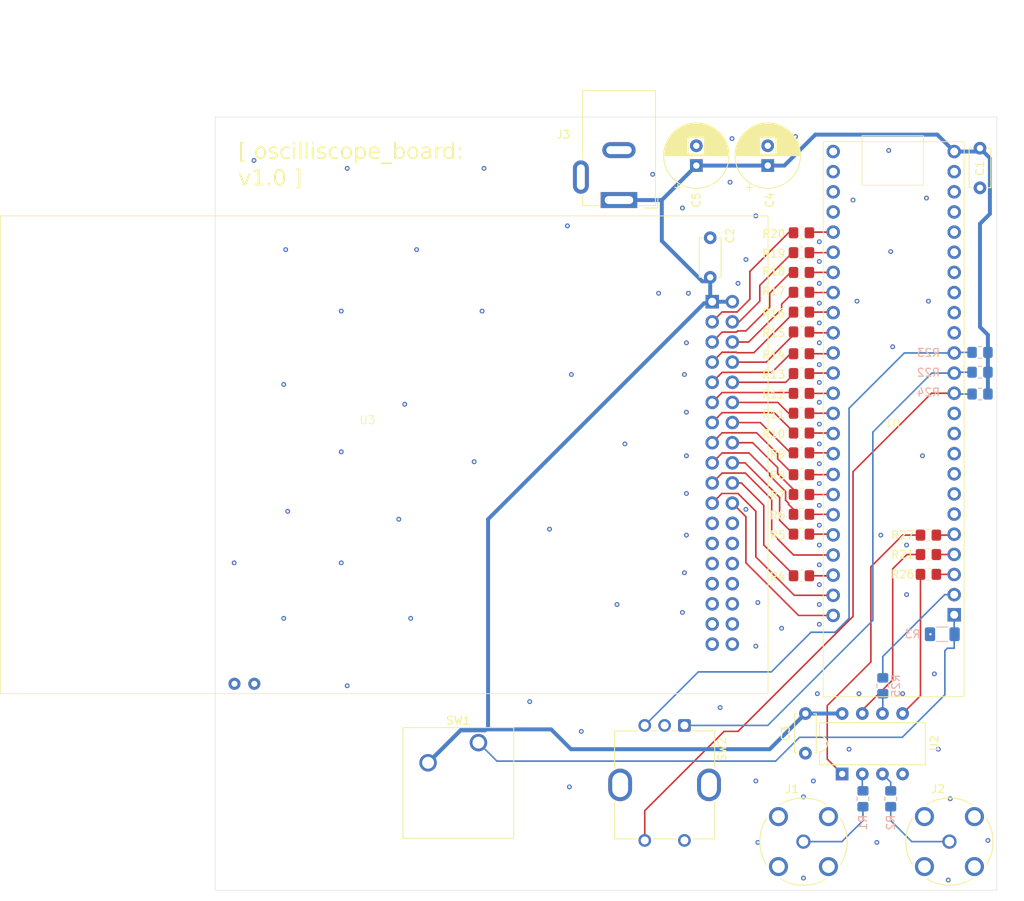
<source format=kicad_pcb>
(kicad_pcb (version 20240108) (generator "pcbnew") (generator_version "8.0")
  (layers (0 "F.Cu" signal) (1 "In1.Cu" signal) (2 "In2.Cu" signal) (31 "B.Cu" signal) (34 "B.Paste" user) (35 "F.Paste" user) (36 "B.SilkS" user "B.Silkscreen") (37 "F.SilkS" user "F.Silkscreen") (38 "B.Mask" user) (39 "F.Mask" user) (44 "Edge.Cuts" user))
  (net 0 "")
  (net 1 "+5V")
  (net 2 "GNDA")
  (net 3 "Net-(J1-In)")
  (net 4 "Net-(J2-In)")
  (net 5 "Net-(U2-ANALOG0)")
  (net 6 "Net-(U2-ANALOG1)")
  (net 7 "Net-(U1-PIO1)")
  (net 8 "Net-(U3-WR)")
  (net 9 "Net-(U1-PIO46)")
  (net 10 "Net-(U3-DB0)")
  (net 11 "Net-(U1-PIO44)")
  (net 12 "Net-(U3-DB1)")
  (net 13 "Net-(U1-PIO43)")
  (net 14 "Net-(U1-PIO42)")
  (net 15 "Net-(U3-DB2)")
  (net 16 "Net-(U3-DB3)")
  (net 17 "Net-(U1-PIO41)")
  (net 18 "Net-(U1-PIO40)")
  (net 19 "Net-(U3-DB4)")
  (net 20 "Net-(U3-DB5)")
  (net 21 "Net-(U1-PIO39)")
  (net 22 "Net-(U3-DB6)")
  (net 23 "Net-(U1-PIO38)")
  (net 24 "Net-(U1-PIO37)")
  (net 25 "Net-(U3-DB7)")
  (net 26 "Net-(U1-PIO36)")
  (net 27 "Net-(U3-DB15)")
  (net 28 "Net-(U3-DB14)")
  (net 29 "Net-(U1-PIO35)")
  (net 30 "Net-(U3-DB13)")
  (net 31 "Net-(U1-PIO34)")
  (net 32 "Net-(U1-PIO33)")
  (net 33 "Net-(U3-DB12)")
  (net 34 "Net-(U3-DB11)")
  (net 35 "Net-(U1-PIO32)")
  (net 36 "Net-(U1-PIO31)")
  (net 37 "Net-(U3-DB10)")
  (net 38 "Net-(U3-DB9)")
  (net 39 "Net-(U1-PIO30)")
  (net 40 "Net-(U3-DB8)")
  (net 41 "Net-(U1-PIO29)")
  (net 42 "Net-(U2-CLK)")
  (net 43 "Net-(U1-PIO2)")
  (net 44 "Net-(U1-PIO13)")
  (net 45 "Net-(U1-PIO14)")
  (net 46 "Net-(U1-PIO12)")
  (net 48 "Net-(U1-PIO45)")
  (net 51 "Net-(U1-PIO48)")
  (net 53 "Net-(U1-PIO4)")
  (net 58 "Net-(U1-PIO3)")
  (net 60 "Net-(U1-PIO47)")
  (net 69 "Net-(U1-PIO5)")
  (net 85 "Net-(U2-DOUT)")
  (net 86 "Net-(U2-DIN)")
  (net 87 "Net-(U2-CS)")
  (footprint "Connector_BarrelJack:BarrelJack_GCT_DCJ200-10-A_Horizontal" (layer "F.Cu") (at 130.5 59.5 180)
    (property "Reference" "J3")
    (property "Value" "Barrel_Jack")
  )
  (footprint "Resistor_SMD:R_0805_2012Metric_Pad1.20x1.40mm_HandSolder" (layer "F.Cu") (at 169.5 101.75)
    (property "Reference" "R27")
    (property "Value" "33")
  )
  (footprint "Rotary_Encoder:RotaryEncoder_Bourns_Vertical_PEC12R-3x17F-Sxxxx" (layer "F.Cu") (at 138.75 125.75 -90)
    (property "Reference" "SW2")
    (property "Value" "RotaryEncoder_Switch_MP")
  )
  (footprint "Capacitor_THT:CP_Radial_D8.0mm_P2.50mm" (layer "F.Cu") (at 140.25 55.152651 90)
    (property "Reference" "C5")
    (property "Value" "100uF")
  )
  (footprint "oscilloscope:LINX_CONBNC001" (layer "F.Cu") (at 153.75 140.4)
    (property "Reference" "J1")
    (property "Value" "Conn_Coaxial")
  )
  (footprint "Resistor_SMD:R_0805_2012Metric_Pad1.20x1.40mm_HandSolder" (layer "F.Cu") (at 153.5 106.88 180)
    (property "Reference" "R4")
    (property "Value" "47")
  )
  (footprint "Resistor_SMD:R_0805_2012Metric_Pad1.20x1.40mm_HandSolder" (layer "F.Cu") (at 153.5 81.38 180)
    (property "Reference" "R13")
    (property "Value" "33")
  )
  (footprint "Resistor_SMD:R_0805_2012Metric_Pad1.20x1.40mm_HandSolder" (layer "F.Cu") (at 153.5 88.88 180)
    (property "Reference" "R10")
    (property "Value" "33")
  )
  (footprint "Capacitor_THT:C_Disc_D4.7mm_W2.5mm_P5.00mm" (layer "F.Cu") (at 142 69.25 90)
    (property "Reference" "C2")
    (property "Value" "10uF")
  )
  (footprint "oscilloscope:TFT LCD 3.5 ArduinoMega Shield" (layer "F.Cu") (at 98.79 87.75)
    (property "Reference" "U3")
    (property "Value" "~")
  )
  (footprint "Button_Switch_Keyboard:SW_Cherry_MX_1.00u_Plate" (layer "F.Cu") (at 112.79 127.92)
    (property "Reference" "SW1")
    (property "Value" "SW_Push")
  )
  (footprint "Resistor_SMD:R_0805_2012Metric_Pad1.20x1.40mm_HandSolder" (layer "F.Cu") (at 153.5 78.88 180)
    (property "Reference" "R14")
    (property "Value" "33")
  )
  (footprint "Resistor_SMD:R_0805_2012Metric_Pad1.20x1.40mm_HandSolder" (layer "F.Cu") (at 153.5 99.13 180)
    (property "Reference" "R6")
    (property "Value" "33")
  )
  (footprint "Capacitor_THT:CP_Radial_D8.0mm_P2.50mm" (layer "F.Cu") (at 149.25 55.152651 90)
    (property "Reference" "C4")
    (property "Value" "100uF")
  )
  (footprint "Package_DIP:CERDIP-8_W7.62mm_SideBrazed" (layer "F.Cu") (at 158.63 131.87 90)
    (property "Reference" "U2")
    (property "Value" "ADC0832")
  )
  (footprint "oscilloscope:LINX_CONBNC001" (layer "F.Cu") (at 172.15 140.4)
    (property "Reference" "J2")
    (property "Value" "Conn_Coaxial")
  )
  (footprint "Resistor_SMD:R_0805_2012Metric_Pad1.20x1.40mm_HandSolder" (layer "F.Cu") (at 153.5 76.13 180)
    (property "Reference" "R15")
    (property "Value" "33")
  )
  (footprint "Resistor_SMD:R_0805_2012Metric_Pad1.20x1.40mm_HandSolder" (layer "F.Cu") (at 153.5 71.13 180)
    (property "Reference" "R17")
    (property "Value" "33")
  )
  (footprint "Resistor_SMD:R_0805_2012Metric_Pad1.20x1.40mm_HandSolder" (layer "F.Cu") (at 153.5 83.88 180)
    (property "Reference" "R12")
    (property "Value" "33")
  )
  (footprint "Resistor_SMD:R_0805_2012Metric_Pad1.20x1.40mm_HandSolder" (layer "F.Cu") (at 169.5 106.7)
    (property "Reference" "R26")
    (property "Value" "33")
  )
  (footprint "Resistor_SMD:R_0805_2012Metric_Pad1.20x1.40mm_HandSolder" (layer "F.Cu") (at 153.5 86.38 180)
    (property "Reference" "R11")
    (property "Value" "33")
  )
  (footprint "Resistor_SMD:R_0805_2012Metric_Pad1.20x1.40mm_HandSolder" (layer "F.Cu") (at 153.5 91.38 180)
    (property "Reference" "R9")
    (property "Value" "33")
  )
  (footprint "Resistor_SMD:R_0805_2012Metric_Pad1.20x1.40mm_HandSolder" (layer "F.Cu") (at 153.5 96.63 180)
    (property "Reference" "R7")
    (property "Value" "33")
  )
  (footprint "Resistor_SMD:R_0805_2012Metric_Pad1.20x1.40mm_HandSolder" (layer "F.Cu") (at 169.5 104.2)
    (property "Reference" "R21")
    (property "Value" "33")
  )
  (footprint "Resistor_SMD:R_0805_2012Metric_Pad1.20x1.40mm_HandSolder" (layer "F.Cu") (at 153.5 101.63 180)
    (property "Reference" "R5")
    (property "Value" "33")
  )
  (footprint "Resistor_SMD:R_0805_2012Metric_Pad1.20x1.40mm_HandSolder" (layer "F.Cu") (at 153.5 94.13 180)
    (property "Reference" "R8")
    (property "Value" "33")
  )
  (footprint "Capacitor_THT:C_Disc_D4.7mm_W2.5mm_P5.00mm" (layer "F.Cu") (at 154 124.25 -90)
    (property "Reference" "C3")
    (property "Value" "10uF")
  )
  (footprint "Resistor_SMD:R_0805_2012Metric_Pad1.20x1.40mm_HandSolder" (layer "F.Cu") (at 153.5 68.63 180)
    (property "Reference" "R18")
    (property "Value" "33")
  )
  (footprint "Capacitor_THT:C_Disc_D4.7mm_W2.5mm_P5.00mm" (layer "F.Cu") (at 176 52.96 -90)
    (property "Reference" "C1")
    (property "Value" "10uF")
  )
  (footprint "Resistor_SMD:R_0805_2012Metric_Pad1.20x1.40mm_HandSolder" (layer "F.Cu") (at 153.5 63.63 180)
    (property "Reference" "R20")
    (property "Value" "33")
  )
  (footprint "Resistor_SMD:R_0805_2012Metric_Pad1.20x1.40mm_HandSolder" (layer "F.Cu") (at 153.5 66.13 180)
    (property "Reference" "R19")
    (property "Value" "33")
  )
  (footprint "oscilloscope:Cmod A7 35T CPG236" (layer "F.Cu") (at 165 87.13 180)
    (property "Reference" "U1")
    (property "Value" "~")
  )
  (footprint "Resistor_SMD:R_0805_2012Metric_Pad1.20x1.40mm_HandSolder" (layer "F.Cu") (at 153.5 73.63 180)
    (property "Reference" "R16")
    (property "Value" "33")
  )
  (footprint "Resistor_SMD:R_0805_2012Metric_Pad1.20x1.40mm_HandSolder" (layer "B.Cu") (at 176 78.71 180)
    (property "Reference" "R23")
    (property "Value" "10K")
  )
  (footprint "Resistor_SMD:R_0805_2012Metric_Pad1.20x1.40mm_HandSolder" (layer "B.Cu") (at 161.25 135 90)
    (property "Reference" "R1")
    (property "Value" "R_US")
  )
  (footprint "Resistor_SMD:R_0805_2012Metric_Pad1.20x1.40mm_HandSolder" (layer "B.Cu") (at 163.75 120.75 90)
    (property "Reference" "R25")
    (property "Value" "33")
  )
  (footprint "Resistor_SMD:R_0805_2012Metric_Pad1.20x1.40mm_HandSolder" (layer "B.Cu") (at 176 81.21 180)
    (property "Reference" "R22")
    (property "Value" "10K")
  )
  (footprint "Resistor_SMD:R_1206_3216Metric_Pad1.30x1.75mm_HandSolder" (layer "B.Cu") (at 171.25 114.25)
    (property "Reference" "R3")
    (property "Value" "10K")
  )
  (footprint "Resistor_SMD:R_0805_2012Metric_Pad1.20x1.40mm_HandSolder" (layer "B.Cu") (at 164.75 135 90)
    (property "Reference" "R2")
    (property "Value" "R_US")
  )
  (footprint "Resistor_SMD:R_0805_2012Metric_Pad1.20x1.40mm_HandSolder" (layer "B.Cu") (at 176 83.96 180)
    (property "Reference" "R24")
    (property "Value" "10K")
  )
  (gr_rect (start 79.61 49.02) (end 178.11 146.52) (stroke (width 0.05)) (fill none) (layer "Edge.Cuts"))
  (gr_text "[ oscilliscope_board:\nv1.0 ]" (at 82.5 58 0) (layer "F.SilkS") (effects (font (size 2 2) (thickness 0.1)) (justify left bottom)))
  (segment (start 176 62.488883) (end 177.25 61.238883) (width 0.5) (layer "B.Cu") (net 1))
  (segment (start 177.25 61.238883) (end 177.25 54.21) (width 0.5) (layer "B.Cu") (net 1))
  (segment (start 121.955636 126.25) (end 110.65 126.25) (width 0.5) (layer "B.Cu") (net 1))
  (segment (start 149.25 55.152651) (end 151.347349 55.152651) (width 0.5) (layer "B.Cu") (net 1))
  (segment (start 175.58 53.38) (end 176 52.96) (width 0.5) (layer "B.Cu") (net 1))
  (segment (start 141.25 72.5) (end 114 99.75) (width 0.5) (layer "B.Cu") (net 1))
  (segment (start 135.902651 64.652651) (end 135.902651 59.5) (width 0.5) (layer "B.Cu") (net 1))
  (segment (start 113.63 126.37) (end 110.53 126.37) (width 0.5) (layer "B.Cu") (net 1))
  (segment (start 177 78.71) (end 177 76.5) (width 0.5) (layer "B.Cu") (net 1))
  (segment (start 142 72.07) (end 142.43 72.5) (width 0.5) (layer "B.Cu") (net 1))
  (segment (start 114 99.75) (end 114 126) (width 0.5) (layer "B.Cu") (net 1))
  (segment (start 114 126) (end 113.63 126.37) (width 0.5) (layer "B.Cu") (net 1))
  (segment (start 142 69.25) (end 142 72.07) (width 0.5) (layer "B.Cu") (net 1))
  (segment (start 154 124.25) (end 149.5 128.75) (width 0.5) (layer "B.Cu") (net 1))
  (segment (start 141 69.75) (end 135.902651 64.652651) (width 0.5) (layer "B.Cu") (net 1))
  (segment (start 138.652651 56.75) (end 140.25 55.152651) (width 0.5) (layer "B.Cu") (net 1))
  (segment (start 172.75 53.38) (end 175.58 53.38) (width 0.5) (layer "B.Cu") (net 1))
  (segment (start 130.5 59.5) (end 135.902651 59.5) (width 0.5) (layer "B.Cu") (net 1))
  (segment (start 177.25 54.21) (end 176 52.96) (width 0.5) (layer "B.Cu") (net 1))
  (segment (start 149.25 55.152651) (end 140.25 55.152651) (width 0.5) (layer "B.Cu") (net 1))
  (segment (start 177 83.96) (end 177 81.21) (width 0.5) (layer "B.Cu") (net 1))
  (segment (start 151.347349 55.152651) (end 155.25 51.25) (width 0.5) (layer "B.Cu") (net 1))
  (segment (start 142.43 72.5) (end 141.25 72.5) (width 0.5) (layer "B.Cu") (net 1))
  (segment (start 177 81.21) (end 177 78.71) (width 0.5) (layer "B.Cu") (net 1))
  (segment (start 142 69.25) (end 141.5 69.75) (width 0.5) (layer "B.Cu") (net 1))
  (segment (start 124.455636 128.75) (end 121.955636 126.25) (width 0.5) (layer "B.Cu") (net 1))
  (segment (start 141.5 69.75) (end 141 69.75) (width 0.5) (layer "B.Cu") (net 1))
  (segment (start 154 124.25) (end 158.63 124.25) (width 0.5) (layer "B.Cu") (net 1))
  (segment (start 110.65 126.25) (end 106.44 130.46) (width 0.5) (layer "B.Cu") (net 1))
  (segment (start 110.53 126.37) (end 106.44 130.46) (width 0.5) (layer "B.Cu") (net 1))
  (segment (start 170.62 51.25) (end 172.75 53.38) (width 0.5) (layer "B.Cu") (net 1))
  (segment (start 155.25 51.25) (end 170.62 51.25) (width 0.5) (layer "B.Cu") (net 1))
  (segment (start 176 75.5) (end 176 62.488883) (width 0.5) (layer "B.Cu") (net 1))
  (segment (start 135.902651 59.5) (end 138.652651 56.75) (width 0.5) (layer "B.Cu") (net 1))
  (segment (start 149.5 128.75) (end 124.455636 128.75) (width 0.5) (layer "B.Cu") (net 1))
  (segment (start 144.79 72.32) (end 142.25 72.32) (width 0.5) (layer "B.Cu") (net 1))
  (segment (start 177 76.5) (end 176 75.5) (width 0.5) (layer "B.Cu") (net 1))
  (via (at 88.75 98.75) (size 0.6) (drill 0.3) (layers "F.Cu" "B.Cu") (net 2))
  (via (at 134.75 56.25) (size 0.6) (drill 0.3) (layers "F.Cu" "B.Cu") (net 2))
  (via (at 103.5 85.25) (size 0.6) (drill 0.3) (layers "F.Cu" "B.Cu") (net 2))
  (via (at 155.75 110.5) (size 0.6) (drill 0.3) (layers "F.Cu" "B.Cu") (net 2))
  (via (at 172 145.25) (size 0.6) (drill 0.3) (layers "F.Cu" "B.Cu") (net 2))
  (via (at 84.5 54.5) (size 0.6) (drill 0.3) (layers "F.Cu" "B.Cu") (net 2))
  (via (at 155.75 75) (size 0.6) (drill 0.3) (layers "F.Cu" "B.Cu") (net 2))
  (via (at 164.75 66) (size 0.6) (drill 0.3) (layers "F.Cu" "B.Cu") (net 2))
  (via (at 169.75 114.25) (size 0.6) (drill 0.3) (layers "F.Cu" "B.Cu") (net 2))
  (via (at 88.25 82.75) (size 0.6) (drill 0.3) (layers "F.Cu" "B.Cu") (net 2))
  (via (at 155.75 98) (size 0.6) (drill 0.3) (layers "F.Cu" "B.Cu") (net 2))
  (via (at 102.75 99.75) (size 0.6) (drill 0.3) (layers "F.Cu" "B.Cu") (net 2))
  (via (at 155.75 82.5) (size 0.6) (drill 0.3) (layers "F.Cu" "B.Cu") (net 2))
  (via (at 155.75 80.25) (size 0.6) (drill 0.3) (layers "F.Cu" "B.Cu") (net 2))
  (via (at 155.5 121.75) (size 0.6) (drill 0.3) (layers "F.Cu" "B.Cu") (net 2))
  (via (at 165 78) (size 0.6) (drill 0.3) (layers "F.Cu" "B.Cu") (net 2))
  (via (at 155.75 103) (size 0.6) (drill 0.3) (layers "F.Cu" "B.Cu") (net 2))
  (via (at 139 91.75) (size 0.6) (drill 0.3) (layers "F.Cu" "B.Cu") (net 2))
  (via (at 170.75 128.75) (size 0.6) (drill 0.3) (layers "F.Cu" "B.Cu") (net 2))
  (via (at 96.25 120.75) (size 0.6) (drill 0.3) (layers "F.Cu" "B.Cu") (net 2))
  (via (at 155.75 105.5) (size 0.6) (drill 0.3) (layers "F.Cu" "B.Cu") (net 2))
  (via (at 155.75 72.5) (size 0.6) (drill 0.3) (layers "F.Cu" "B.Cu") (net 2))
  (via (at 130.25 110.5) (size 0.6) (drill 0.3) (layers "F.Cu" "B.Cu") (net 2))
  (via (at 163 140.5) (size 0.6) (drill 0.3) (layers "F.Cu" "B.Cu") (net 2))
  (via (at 160.5 72.25) (size 0.6) (drill 0.3) (layers "F.Cu" "B.Cu") (net 2))
  (via (at 151 113.5) (size 0.6) (drill 0.3) (layers "F.Cu" "B.Cu") (net 2))
  (via (at 96.25 55.5) (size 0.6) (drill 0.3) (layers "F.Cu" "B.Cu") (net 2))
  (via (at 147.75 115.75) (size 0.6) (drill 0.3) (layers "F.Cu" "B.Cu") (net 2))
  (via (at 160 59.5) (size 0.6) (drill 0.3) (layers "F.Cu" "B.Cu") (net 2))
  (via (at 155.75 77.5) (size 0.6) (drill 0.3) (layers "F.Cu" "B.Cu") (net 2))
  (via (at 112.25 92.5) (size 0.6) (drill 0.3) (layers "F.Cu" "B.Cu") (net 2))
  (via (at 166.25 121.75) (size 0.6) (drill 0.3) (layers "F.Cu" "B.Cu") (net 2))
  (via (at 147.75 61.5) (size 0.6) (drill 0.3) (layers "F.Cu" "B.Cu") (net 2))
  (via (at 164.5 53.25) (size 0.6) (drill 0.3) (layers "F.Cu" "B.Cu") (net 2))
  (via (at 155.75 85) (size 0.6) (drill 0.3) (layers "F.Cu" "B.Cu") (net 2))
  (via (at 139 96.5) (size 0.6) (drill 0.3) (layers "F.Cu" "B.Cu") (net 2))
  (via (at 177 140.25) (size 0.6) (drill 0.3) (layers "F.Cu" "B.Cu") (net 2))
  (via (at 135.5 71.25) (size 0.6) (drill 0.3) (layers "F.Cu" "B.Cu") (net 2))
  (via (at 138.75 81.5) (size 0.6) (drill 0.3) (layers "F.Cu" "B.Cu") (net 2))
  (via (at 155.75 67.25) (size 0.6) (drill 0.3) (layers "F.Cu" "B.Cu") (net 2))
  (via (at 153.75 134.75) (size 0.6) (drill 0.3) (layers "F.Cu" "B.Cu") (net 2))
  (via (at 155 132.75) (size 0.6) (drill 0.3) (layers "F.Cu" "B.Cu") (net 2))
  (via (at 146.5 98.5) (size 0.6) (drill 0.3) (layers "F.Cu" "B.Cu") (net 2))
  (via (at 124.5 81.5) (size 0.6) (drill 0.3) (layers "F.Cu" "B.Cu") (net 2))
  (via (at 104.25 112.25) (size 0.6) (drill 0.3) (layers "F.Cu" "B.Cu") (net 2))
  (via (at 155.75 95.25) (size 0.6) (drill 0.3) (layers "F.Cu" "B.Cu") (net 2))
  (via (at 138.75 106.5) (size 0.6) (drill 0.3) (layers "F.Cu" "B.Cu") (net 2))
  (via (at 155.75 113) (size 0.6) (drill 0.3) (layers "F.Cu" "B.Cu") (net 2))
  (via (at 139 101.75) (size 0.6) (drill 0.3) (layers "F.Cu" "B.Cu") (net 2))
  (via (at 138.5 60.5) (size 0.6) (drill 0.3) (layers "F.Cu" "B.Cu") (net 2))
  (via (at 155.75 100.5) (size 0.6) (drill 0.3) (layers "F.Cu" "B.Cu") (net 2))
  (via (at 95.5 91.25) (size 0.6) (drill 0.3) (layers "F.Cu" "B.Cu") (net 2))
  (via (at 148 140.5) (size 0.6) (drill 0.3) (layers "F.Cu" "B.Cu") (net 2))
  (via (at 143.25 123.5) (size 0.6) (drill 0.3) (layers "F.Cu" "B.Cu") (net 2))
  (via (at 148 110.25) (size 0.6) (drill 0.3) (layers "F.Cu" "B.Cu") (net 2))
  (via (at 155.75 87.75) (size 0.6) (drill 0.3) (layers "F.Cu" "B.Cu") (net 2))
  (via (at 170.25 119.25) (size 0.6) (drill 0.3) (layers "F.Cu" "B.Cu") (net 2))
  (via (at 139 86.25) (size 0.6) (drill 0.3) (layers "F.Cu" "B.Cu") (net 2))
  (via (at 144.75 51.75) (size 0.6) (drill 0.3) (layers "F.Cu" "B.Cu") (net 2))
  (via (at 125.75 126.5) (size 0.6) (drill 0.3) (layers "F.Cu" "B.Cu") (net 2))
  (via (at 124.25 133.5) (size 0.6) (drill 0.3) (layers "F.Cu" "B.Cu") (net 2))
  (via (at 172.25 135) (size 0.6) (drill 0.3) (layers "F.Cu" "B.Cu") (net 2))
  (via (at 163.5 101.75) (size 0.6) (drill 0.3) (layers "F.Cu" "B.Cu") (net 2))
  (via (at 152.75 51.5) (size 0.6) (drill 0.3) (layers "F.Cu" "B.Cu") (net 2))
  (via (at 105 65.75) (size 0.6) (drill 0.3) (layers "F.Cu" "B.Cu") (net 2))
  (via (at 95.5 105.25) (size 0.6) (drill 0.3) (layers "F.Cu" "B.Cu") (net 2))
  (via (at 155.75 70) (size 0.6) (drill 0.3) (layers "F.Cu" "B.Cu") (net 2))
  (via (at 139.25 71.25) (size 0.6) (drill 0.3) (layers "F.Cu" "B.Cu") (net 2))
  (via (at 168.75 91.75) (size 0.6) (drill 0.3) (layers "F.Cu" "B.Cu") (net 2))
  (via (at 138.5 111.5) (size 0.6) (drill 0.3) (layers "F.Cu" "B.Cu") (net 2))
  (via (at 155.75 64.75) (size 0.6) (drill 0.3) (layers "F.Cu" "B.Cu") (net 2))
  (via (at 166.75 103) (size 0.6) (drill 0.3) (layers "F.Cu" "B.Cu") (net 2))
  (via (at 145.5 70) (size 0.6) (drill 0.3) (layers "F.Cu" "B.Cu") (net 2))
  (via (at 144.5 57.25) (size 0.6) (drill 0.3) (layers "F.Cu" "B.Cu") (net 2))
  (via (at 88.25 112.25) (size 0.6) (drill 0.3) (layers "F.Cu" "B.Cu") (net 2))
  (via (at 147.75 132.75) (size 0.6) (drill 0.3) (layers "F.Cu" "B.Cu") (net 2))
  (via (at 155.75 108) (size 0.6) (drill 0.3) (layers "F.Cu" "B.Cu") (net 2))
  (via (at 121.75 101) (size 0.6) (drill 0.3) (layers "F.Cu" "B.Cu") (net 2))
  (via (at 169.25 59.25) (size 0.6) (drill 0.3) (layers "F.Cu" "B.Cu") (net 2))
  (via (at 119.25 122.75) (size 0.6) (drill 0.3) (layers "F.Cu" "B.Cu") (net 2))
  (via (at 153.75 145) (size 0.6) (drill 0.3) (layers "F.Cu" "B.Cu") (net 2))
  (via (at 155.75 92.75) (size 0.6) (drill 0.3) (layers "F.Cu" "B.Cu") (net 2))
  (via (at 146.5 67) (size 0.6) (drill 0.3) (layers "F.Cu" "B.Cu") (net 2))
  (via (at 169.5 72.25) (size 0.6) (drill 0.3) (layers "F.Cu" "B.Cu") (net 2))
  (via (at 95.5 73.5) (size 0.6) (drill 0.3) (layers "F.Cu" "B.Cu") (net 2))
  (via (at 160.75 121.75) (size 0.6) (drill 0.3) (layers "F.Cu" "B.Cu") (net 2))
  (via (at 88.5 65.75) (size 0.6) (drill 0.3) (layers "F.Cu" "B.Cu") (net 2))
  (via (at 82 105.25) (size 0.6) (drill 0.3) (layers "F.Cu" "B.Cu") (net 2))
  (via (at 139 77.5) (size 0.6) (drill 0.3) (layers "F.Cu" "B.Cu") (net 2))
  (via (at 124 62.75) (size 0.6) (drill 0.3) (layers "F.Cu" "B.Cu") (net 2))
  (via (at 159.5 128.75) (size 0.6) (drill 0.3) (layers "F.Cu" "B.Cu") (net 2))
  (via (at 131.25 90.25) (size 0.6) (drill 0.3) (layers "F.Cu" "B.Cu") (net 2))
  (via (at 155.75 90.25) (size 0.6) (drill 0.3) (layers "F.Cu" "B.Cu") (net 2))
  (via (at 166.75 109.25) (size 0.6) (drill 0.3) (layers "F.Cu" "B.Cu") (net 2))
  (via (at 113.5 55.5) (size 0.6) (drill 0.3) (layers "F.Cu" "B.Cu") (net 2))
  (via (at 113.25 73.5) (size 0.6) (drill 0.3) (layers "F.Cu" "B.Cu") (net 2))
  (segment (start 153.75 140.4) (end 158.6 140.4) (width 0.2) (layer "B.Cu") (net 3))
  (segment (start 158.6 140.4) (end 161.25 137.75) (width 0.2) (layer "B.Cu") (net 3))
  (segment (start 161.25 137.75) (end 161.25 136) (width 0.2) (layer "B.Cu") (net 3))
  (segment (start 167.4 140.4) (end 172.15 140.4) (width 0.2) (layer "B.Cu") (net 4))
  (segment (start 164.75 136) (end 164.75 137.75) (width 0.2) (layer "B.Cu") (net 4))
  (segment (start 164.75 137.75) (end 167.4 140.4) (width 0.2) (layer "B.Cu") (net 4))
  (segment (start 161.17 133.92) (end 161.25 134) (width 0.2) (layer "B.Cu") (net 5))
  (segment (start 161.17 131.87) (end 161.17 133.92) (width 0.2) (layer "B.Cu") (net 5))
  (segment (start 164.75 134) (end 164.75 132.91) (width 0.2) (layer "B.Cu") (net 6))
  (segment (start 164.75 132.91) (end 163.71 131.87) (width 0.2) (layer "B.Cu") (net 6))
  (segment (start 153.25 127.25) (end 150.25 130.25) (width 0.2) (layer "B.Cu") (net 7))
  (segment (start 166.2 127.25) (end 153.25 127.25) (width 0.2) (layer "B.Cu") (net 7))
  (segment (start 171.575 121.875) (end 166.2 127.25) (width 0.2) (layer "B.Cu") (net 7))
  (segment (start 172.75 111.8) (end 172.75 116.01) (width 0.2) (layer "B.Cu") (net 7))
  (segment (start 115.12 130.25) (end 112.79 127.92) (width 0.2) (layer "B.Cu") (net 7))
  (segment (start 150.25 130.25) (end 115.12 130.25) (width 0.2) (layer "B.Cu") (net 7))
  (segment (start 171.890256 116.01) (end 171.575 116.325256) (width 0.2) (layer "B.Cu") (net 7))
  (segment (start 171.575 116.325256) (end 171.575 121.875) (width 0.2) (layer "B.Cu") (net 7))
  (segment (start 172.75 116.01) (end 171.890256 116.01) (width 0.2) (layer "B.Cu") (net 7))
  (segment (start 148.75 103) (end 152.5 106.75) (width 0.2) (layer "F.Cu") (net 8))
  (segment (start 152.5 106.75) (end 152.5 106.88) (width 0.2) (layer "F.Cu") (net 8))
  (segment (start 145.93 95.18) (end 148.75 98) (width 0.2) (layer "F.Cu") (net 8))
  (segment (start 144.79 95.18) (end 145.93 95.18) (width 0.2) (layer "F.Cu") (net 8))
  (segment (start 148.75 98) (end 148.75 103) (width 0.2) (layer "F.Cu") (net 8))
  (segment (start 154.5 106.88) (end 157.42 106.88) (width 0.2) (layer "F.Cu") (net 9))
  (segment (start 157.42 106.88) (end 157.5 106.8) (width 0.2) (layer "F.Cu") (net 9))
  (segment (start 150.75 99.88) (end 152.5 101.63) (width 0.2) (layer "F.Cu") (net 10))
  (segment (start 146.39 92.64) (end 150.75 97) (width 0.2) (layer "F.Cu") (net 10))
  (segment (start 144.79 92.64) (end 146.39 92.64) (width 0.2) (layer "F.Cu") (net 10))
  (segment (start 150.75 97) (end 150.75 99.88) (width 0.2) (layer "F.Cu") (net 10))
  (segment (start 154.5 101.63) (end 157.41 101.63) (width 0.2) (layer "F.Cu") (net 11))
  (segment (start 157.41 101.63) (end 157.5 101.72) (width 0.2) (layer "F.Cu") (net 11))
  (segment (start 151.5 97.356166) (end 151.5 96.25) (width 0.2) (layer "F.Cu") (net 12))
  (segment (start 143.5 91.39) (end 142.25 92.64) (width 0.2) (layer "F.Cu") (net 12))
  (segment (start 151.873834 97.73) (end 151.5 97.356166) (width 0.2) (layer "F.Cu") (net 12))
  (segment (start 151.873834 97.873834) (end 151.873834 97.73) (width 0.2) (layer "F.Cu") (net 12))
  (segment (start 146.89 91.39) (end 143.5 91.39) (width 0.2) (layer "F.Cu") (net 12))
  (segment (start 149.5 94) (end 146.89 91.39) (width 0.2) (layer "F.Cu") (net 12))
  (segment (start 152.5 99.13) (end 152.5 98.5) (width 0.2) (layer "F.Cu") (net 12))
  (segment (start 151.5 96.25) (end 149.5 94.25) (width 0.2) (layer "F.Cu") (net 12))
  (segment (start 152.5 98.5) (end 151.873834 97.873834) (width 0.2) (layer "F.Cu") (net 12))
  (segment (start 149.5 94.25) (end 149.5 94) (width 0.2) (layer "F.Cu") (net 12))
  (segment (start 157.45 99.13) (end 157.5 99.18) (width 0.2) (layer "F.Cu") (net 13))
  (segment (start 154.5 99.13) (end 157.45 99.13) (width 0.2) (layer "F.Cu") (net 13))
  (segment (start 157.49 96.63) (end 157.5 96.64) (width 0.2) (layer "F.Cu") (net 14))
  (segment (start 154.5 96.63) (end 157.49 96.63) (width 0.2) (layer "F.Cu") (net 14))
  (segment (start 152.5 96) (end 152.5 96.63) (width 0.2) (layer "F.Cu") (net 15))
  (segment (start 150.5 93.25) (end 150.5 94) (width 0.2) (layer "F.Cu") (net 15))
  (segment (start 147.35 90.1) (end 150.5 93.25) (width 0.2) (layer "F.Cu") (net 15))
  (segment (start 150.5 94) (end 152.5 96) (width 0.2) (layer "F.Cu") (net 15))
  (segment (start 144.79 90.1) (end 147.35 90.1) (width 0.2) (layer "F.Cu") (net 15))
  (segment (start 150.5 91.5) (end 147.85 88.85) (width 0.2) (layer "F.Cu") (net 16))
  (segment (start 143.5 88.85) (end 142.25 90.1) (width 0.2) (layer "F.Cu") (net 16))
  (segment (start 150.5 92.13) (end 150.5 91.5) (width 0.2) (layer "F.Cu") (net 16))
  (segment (start 152.5 94.13) (end 150.5 92.13) (width 0.2) (layer "F.Cu") (net 16))
  (segment (start 147.85 88.85) (end 143.5 88.85) (width 0.2) (layer "F.Cu") (net 16))
  (segment (start 157.47 94.13) (end 157.5 94.1) (width 0.2) (layer "F.Cu") (net 17))
  (segment (start 154.5 94.13) (end 157.47 94.13) (width 0.2) (layer "F.Cu") (net 17))
  (segment (start 157.4 91.38) (end 157.5 91.48) (width 0.2) (layer "F.Cu") (net 18))
  (segment (start 154.5 91.38) (end 157.4 91.38) (width 0.2) (layer "F.Cu") (net 18))
  (segment (start 148.31 87.56) (end 144.79 87.56) (width 0.2) (layer "F.Cu") (net 19))
  (segment (start 152.5 91.38) (end 152.13 91.38) (width 0.2) (layer "F.Cu") (net 19))
  (segment (start 152.13 91.38) (end 148.31 87.56) (width 0.2) (layer "F.Cu") (net 19))
  (segment (start 150.06 86.31) (end 143.5 86.31) (width 0.2) (layer "F.Cu") (net 20))
  (segment (start 152.5 88.75) (end 150.06 86.31) (width 0.2) (layer "F.Cu") (net 20))
  (segment (start 143.5 86.31) (end 142.25 87.56) (width 0.2) (layer "F.Cu") (net 20))
  (segment (start 152.5 88.88) (end 152.5 88.75) (width 0.2) (layer "F.Cu") (net 20))
  (segment (start 154.5 88.88) (end 157.44 88.88) (width 0.2) (layer "F.Cu") (net 21))
  (segment (start 157.44 88.88) (end 157.5 88.94) (width 0.2) (layer "F.Cu") (net 21))
  (segment (start 151.88 86.38) (end 150.52 85.02) (width 0.2) (layer "F.Cu") (net 22))
  (segment (start 152.5 86.38) (end 151.88 86.38) (width 0.2) (layer "F.Cu") (net 22))
  (segment (start 150.52 85.02) (end 144.79 85.02) (width 0.2) (layer "F.Cu") (net 22))
  (segment (start 157.48 86.38) (end 157.5 86.4) (width 0.2) (layer "F.Cu") (net 23))
  (segment (start 154.5 86.38) (end 157.48 86.38) (width 0.2) (layer "F.Cu") (net 23))
  (segment (start 154.5 83.88) (end 157.48 83.88) (width 0.2) (layer "F.Cu") (net 24))
  (segment (start 157.48 83.88) (end 157.5 83.86) (width 0.2) (layer "F.Cu") (net 24))
  (segment (start 143.5 83.77) (end 142.25 85.02) (width 0.2) (layer "F.Cu") (net 25))
  (segment (start 152.5 83.88) (end 152.39 83.77) (width 0.2) (layer "F.Cu") (net 25))
  (segment (start 152.39 83.77) (end 143.5 83.77) (width 0.2) (layer "F.Cu") (net 25))
  (segment (start 154.56 81.32) (end 154.5 81.38) (width 0.2) (layer "F.Cu") (net 26))
  (segment (start 157.5 81.32) (end 154.56 81.32) (width 0.2) (layer "F.Cu") (net 26))
  (segment (start 152.5 81.5) (end 151.52 82.48) (width 0.2) (layer "F.Cu") (net 27))
  (segment (start 151.52 82.48) (end 144.79 82.48) (width 0.2) (layer "F.Cu") (net 27))
  (segment (start 152.5 81.38) (end 152.5 81.5) (width 0.2) (layer "F.Cu") (net 27))
  (segment (start 149.77 81.23) (end 143.5 81.23) (width 0.2) (layer "F.Cu") (net 28))
  (segment (start 143.5 81.23) (end 142.25 82.48) (width 0.2) (layer "F.Cu") (net 28))
  (segment (start 152.12 78.88) (end 149.77 81.23) (width 0.2) (layer "F.Cu") (net 28))
  (segment (start 152.5 78.88) (end 152.12 78.88) (width 0.2) (layer "F.Cu") (net 28))
  (segment (start 154.5 78.88) (end 157.4 78.88) (width 0.2) (layer "F.Cu") (net 29))
  (segment (start 157.4 78.88) (end 157.5 78.78) (width 0.2) (layer "F.Cu") (net 29))
  (segment (start 152.5 76.13) (end 152.5 76.5) (width 0.2) (layer "F.Cu") (net 30))
  (segment (start 152.5 76.5) (end 149.06 79.94) (width 0.2) (layer "F.Cu") (net 30))
  (segment (start 149.06 79.94) (end 144.79 79.94) (width 0.2) (layer "F.Cu") (net 30))
  (segment (start 154.61 76.24) (end 154.5 76.13) (width 0.2) (layer "F.Cu") (net 31))
  (segment (start 157.5 76.24) (end 154.61 76.24) (width 0.2) (layer "F.Cu") (net 31))
  (segment (start 157.43 73.63) (end 157.5 73.7) (width 0.2) (layer "F.Cu") (net 32))
  (segment (start 154.5 73.63) (end 157.43 73.63) (width 0.2) (layer "F.Cu") (net 32))
  (segment (start 145.367767 78.75) (end 145.307767 78.69) (width 0.2) (layer "F.Cu") (net 33))
  (segment (start 152.5 73.63) (end 152.5 73.75) (width 0.2) (layer "F.Cu") (net 33))
  (segment (start 152.5 73.75) (end 147.5 78.75) (width 0.2) (layer "F.Cu") (net 33))
  (segment (start 147.5 78.75) (end 145.367767 78.75) (width 0.2) (layer "F.Cu") (net 33))
  (segment (start 145.307767 78.69) (end 143.5 78.69) (width 0.2) (layer "F.Cu") (net 33))
  (segment (start 143.5 78.69) (end 142.25 79.94) (width 0.2) (layer "F.Cu") (net 33))
  (segment (start 151 72.63) (end 151 73.25) (width 0.2) (layer "F.Cu") (net 34))
  (segment (start 151 73.25) (end 146.85 77.4) (width 0.2) (layer "F.Cu") (net 34))
  (segment (start 152.5 71.13) (end 151 72.63) (width 0.2) (layer "F.Cu") (net 34))
  (segment (start 146.85 77.4) (end 144.79 77.4) (width 0.2) (layer "F.Cu") (net 34))
  (segment (start 154.53 71.16) (end 154.5 71.13) (width 0.2) (layer "F.Cu") (net 35))
  (segment (start 157.5 71.16) (end 154.53 71.16) (width 0.2) (layer "F.Cu") (net 35))
  (segment (start 157.5 68.62) (end 154.51 68.62) (width 0.2) (layer "F.Cu") (net 36))
  (segment (start 154.51 68.62) (end 154.5 68.63) (width 0.2) (layer "F.Cu") (net 36))
  (segment (start 145.457767 76) (end 145.307767 76.15) (width 0.2) (layer "F.Cu") (net 37))
  (segment (start 152.12 68.63) (end 149.5 71.25) (width 0.2) (layer "F.Cu") (net 37))
  (segment (start 146.5 76) (end 145.457767 76) (width 0.2) (layer "F.Cu") (net 37))
  (segment (start 149.5 71.25) (end 149.5 73) (width 0.2) (layer "F.Cu") (net 37))
  (segment (start 149.5 73) (end 146.5 76) (width 0.2) (layer "F.Cu") (net 37))
  (segment (start 145.307767 76.15) (end 143.5 76.15) (width 0.2) (layer "F.Cu") (net 37))
  (segment (start 143.5 76.15) (end 142.25 77.4) (width 0.2) (layer "F.Cu") (net 37))
  (segment (start 152.5 68.63) (end 152.12 68.63) (width 0.2) (layer "F.Cu") (net 37))
  (segment (start 152.5 66.13) (end 152.37 66.13) (width 0.2) (layer "F.Cu") (net 38))
  (segment (start 145.64 74.86) (end 144.79 74.86) (width 0.2) (layer "F.Cu") (net 38))
  (segment (start 148.25 70.25) (end 148.25 72.25) (width 0.2) (layer "F.Cu") (net 38))
  (segment (start 148.25 72.25) (end 145.64 74.86) (width 0.2) (layer "F.Cu") (net 38))
  (segment (start 152.37 66.13) (end 148.25 70.25) (width 0.2) (layer "F.Cu") (net 38))
  (segment (start 157.45 66.13) (end 157.5 66.08) (width 0.2) (layer "F.Cu") (net 39))
  (segment (start 154.5 66.13) (end 157.45 66.13) (width 0.2) (layer "F.Cu") (net 39))
  (segment (start 147 68.5) (end 147 72) (width 0.2) (layer "F.Cu") (net 40))
  (segment (start 147 72) (end 145.39 73.61) (width 0.2) (layer "F.Cu") (net 40))
  (segment (start 145.39 73.61) (end 143.5 73.61) (width 0.2) (layer "F.Cu") (net 40))
  (segment (start 152.5 63.63) (end 151.87 63.63) (width 0.2) (layer "F.Cu") (net 40))
  (segment (start 151.87 63.63) (end 147 68.5) (width 0.2) (layer "F.Cu") (net 40))
  (segment (start 143.5 73.61) (end 142.25 74.86) (width 0.2) (layer "F.Cu") (net 40))
  (segment (start 154.59 63.54) (end 154.5 63.63) (width 0.2) (layer "F.Cu") (net 41))
  (segment (start 157.5 63.54) (end 154.59 63.54) (width 0.2) (layer "F.Cu") (net 41))
  (segment (start 166.8 104.2) (end 165 106) (width 0.2) (layer "F.Cu") (net 42))
  (segment (start 168.5 104.2) (end 166.8 104.2) (width 0.2) (layer "F.Cu") (net 42))
  (segment (start 161.17 123.83) (end 161.17 124.25) (width 0.2) (layer "F.Cu") (net 42))
  (segment (start 165 120) (end 161.17 123.83) (width 0.2) (layer "F.Cu") (net 42))
  (segment (start 165 106) (end 165 120) (width 0.2) (layer "F.Cu") (net 42))
  (segment (start 171.547919 109.26) (end 172.75 109.26) (width 0.2) (layer "B.Cu") (net 43))
  (segment (start 163.75 117.057919) (end 171.547919 109.26) (width 0.2) (layer "B.Cu") (net 43))
  (segment (start 163.75 119.75) (end 163.75 117.057919) (width 0.2) (layer "B.Cu") (net 43))
  (segment (start 138.75 125.75) (end 149.25 125.75) (width 0.2) (layer "B.Cu") (net 44))
  (segment (start 162.5 88.75) (end 169.93 81.32) (width 0.2) (layer "B.Cu") (net 44))
  (segment (start 162.5 112.5) (end 162.5 88.75) (width 0.2) (layer "B.Cu") (net 44))
  (segment (start 172.86 81.21) (end 172.75 81.32) (width 0.2) (layer "B.Cu") (net 44))
  (segment (start 149.25 125.75) (end 162.5 112.5) (width 0.2) (layer "B.Cu") (net 44))
  (segment (start 175 81.21) (end 172.86 81.21) (width 0.2) (layer "B.Cu") (net 44))
  (segment (start 169.93 81.32) (end 172.75 81.32) (width 0.2) (layer "B.Cu") (net 44))
  (segment (start 154.706346 114) (end 157.75 114) (width 0.2) (layer "B.Cu") (net 45))
  (segment (start 149.706346 119) (end 154.706346 114) (width 0.2) (layer "B.Cu") (net 45))
  (segment (start 175 78.71) (end 172.82 78.71) (width 0.2) (layer "B.Cu") (net 45))
  (segment (start 159.5 85.75) (end 166.47 78.78) (width 0.2) (layer "B.Cu") (net 45))
  (segment (start 172.82 78.71) (end 172.75 78.78) (width 0.2) (layer "B.Cu") (net 45))
  (segment (start 140.5 119) (end 149.706346 119) (width 0.2) (layer "B.Cu") (net 45))
  (segment (start 166.47 78.78) (end 172.75 78.78) (width 0.2) (layer "B.Cu") (net 45))
  (segment (start 133.75 125.75) (end 140.5 119) (width 0.2) (layer "B.Cu") (net 45))
  (segment (start 157.75 114) (end 159.5 112.25) (width 0.2) (layer "B.Cu") (net 45))
  (segment (start 159.5 112.25) (end 159.5 85.75) (width 0.2) (layer "B.Cu") (net 45))
  (segment (start 160 93.75) (end 169.89 83.86) (width 0.2) (layer "F.Cu") (net 46))
  (segment (start 143.75 126.5) (end 145.5 126.5) (width 0.2) (layer "F.Cu") (net 46))
  (segment (start 133.75 140.25) (end 133.75 136.5) (width 0.2) (layer "F.Cu") (net 46))
  (segment (start 133.75 136.5) (end 143.75 126.5) (width 0.2) (layer "F.Cu") (net 46))
  (segment (start 145.5 126.5) (end 160 112) (width 0.2) (layer "F.Cu") (net 46))
  (segment (start 160 112) (end 160 93.75) (width 0.2) (layer "F.Cu") (net 46))
  (segment (start 169.89 83.86) (end 172.75 83.86) (width 0.2) (layer "F.Cu") (net 46))
  (segment (start 172.85 83.96) (end 172.75 83.86) (width 0.2) (layer "B.Cu") (net 46))
  (segment (start 175 83.96) (end 172.85 83.96) (width 0.2) (layer "B.Cu") (net 46))
  (segment (start 157.5 104.26) (end 152.51 104.26) (width 0.2) (layer "F.Cu") (net 48))
  (segment (start 143.5 93.93) (end 142.25 95.18) (width 0.2) (layer "F.Cu") (net 48))
  (segment (start 149.75 97.25) (end 146.43 93.93) (width 0.2) (layer "F.Cu") (net 48))
  (segment (start 146.43 93.93) (end 143.5 93.93) (width 0.2) (layer "F.Cu") (net 48))
  (segment (start 152.51 104.26) (end 149.75 101.5) (width 0.2) (layer "F.Cu") (net 48))
  (segment (start 149.75 101.5) (end 149.75 97.25) (width 0.2) (layer "F.Cu") (net 48))
  (segment (start 144.79 97.72) (end 146.5 99.43) (width 0.2) (layer "F.Cu") (net 51))
  (segment (start 146.5 105.25) (end 153.13 111.88) (width 0.2) (layer "F.Cu") (net 51))
  (segment (start 146.5 99.43) (end 146.5 105.25) (width 0.2) (layer "F.Cu") (net 51))
  (segment (start 153.13 111.88) (end 157.5 111.88) (width 0.2) (layer "F.Cu") (net 51))
  (segment (start 172.73 104.2) (end 172.75 104.18) (width 0.2) (layer "F.Cu") (net 53))
  (segment (start 170.5 104.2) (end 172.73 104.2) (width 0.2) (layer "F.Cu") (net 53))
  (segment (start 172.73 106.7) (end 172.75 106.72) (width 0.2) (layer "F.Cu") (net 58))
  (segment (start 170.5 106.7) (end 172.73 106.7) (width 0.2) (layer "F.Cu") (net 58))
  (segment (start 152.59 109.34) (end 147.75 104.5) (width 0.2) (layer "F.Cu") (net 60))
  (segment (start 147.75 98.75) (end 145.5 96.5) (width 0.2) (layer "F.Cu") (net 60))
  (segment (start 157.5 109.34) (end 152.59 109.34) (width 0.2) (layer "F.Cu") (net 60))
  (segment (start 147.75 104.5) (end 147.75 98.75) (width 0.2) (layer "F.Cu") (net 60))
  (segment (start 143.47 96.5) (end 142.25 97.72) (width 0.2) (layer "F.Cu") (net 60))
  (segment (start 145.5 96.5) (end 143.47 96.5) (width 0.2) (layer "F.Cu") (net 60))
  (segment (start 170.5 101.75) (end 172.64 101.75) (width 0.2) (layer "F.Cu") (net 69))
  (segment (start 172.64 101.75) (end 172.75 101.64) (width 0.2) (layer "F.Cu") (net 69))
  (segment (start 163.75 121.75) (end 163.75 124.21) (width 0.2) (layer "B.Cu") (net 85))
  (segment (start 163.75 124.21) (end 163.71 124.25) (width 0.2) (layer "B.Cu") (net 85))
  (segment (start 168.5 122) (end 166.25 124.25) (width 0.2) (layer "F.Cu") (net 86))
  (segment (start 168.5 106.7) (end 168.5 122) (width 0.2) (layer "F.Cu") (net 86))
  (segment (start 156.75 123.25) (end 156.75 129.99) (width 0.2) (layer "F.Cu") (net 87))
  (segment (start 166.25 101.75) (end 162.25 105.75) (width 0.2) (layer "F.Cu") (net 87))
  (segment (start 162.25 117.75) (end 156.75 123.25) (width 0.2) (layer "F.Cu") (net 87))
  (segment (start 162.25 105.75) (end 162.25 117.75) (width 0.2) (layer "F.Cu") (net 87))
  (segment (start 168.5 101.75) (end 166.25 101.75) (width 0.2) (layer "F.Cu") (net 87))
  (segment (start 156.75 129.99) (end 158.63 131.87) (width 0.2) (layer "F.Cu") (net 87))
)
</source>
